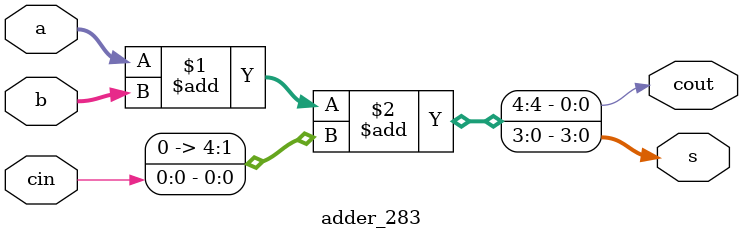
<source format=v>
module adder_283 (
    input [3:0] a,
    input [3:0] b,
    input cin,
    output [3:0] s,
    output cout);

    assign {cout, s} = a + b + {4'b0000, cin};

endmodule
</source>
